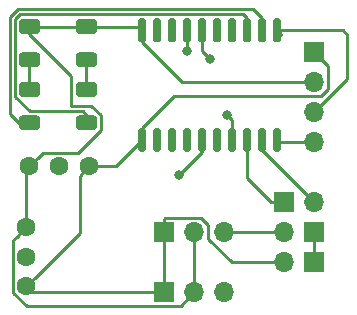
<source format=gbr>
G04 #@! TF.GenerationSoftware,KiCad,Pcbnew,(5.1.6)-1*
G04 #@! TF.CreationDate,2020-07-28T00:02:14-05:00*
G04 #@! TF.ProjectId,VL53L0XSensor,564c3533-4c30-4585-9365-6e736f722e6b,rev?*
G04 #@! TF.SameCoordinates,Original*
G04 #@! TF.FileFunction,Copper,L1,Top*
G04 #@! TF.FilePolarity,Positive*
%FSLAX46Y46*%
G04 Gerber Fmt 4.6, Leading zero omitted, Abs format (unit mm)*
G04 Created by KiCad (PCBNEW (5.1.6)-1) date 2020-07-28 00:02:14*
%MOMM*%
%LPD*%
G01*
G04 APERTURE LIST*
G04 #@! TA.AperFunction,ComponentPad*
%ADD10O,1.700000X1.700000*%
G04 #@! TD*
G04 #@! TA.AperFunction,ComponentPad*
%ADD11R,1.700000X1.700000*%
G04 #@! TD*
G04 #@! TA.AperFunction,ComponentPad*
%ADD12C,1.600000*%
G04 #@! TD*
G04 #@! TA.AperFunction,ViaPad*
%ADD13C,0.800000*%
G04 #@! TD*
G04 #@! TA.AperFunction,Conductor*
%ADD14C,0.250000*%
G04 #@! TD*
G04 APERTURE END LIST*
G04 #@! TA.AperFunction,SMDPad,CuDef*
G36*
G01*
X122565000Y-67323000D02*
X123815000Y-67323000D01*
G75*
G02*
X124065000Y-67573000I0J-250000D01*
G01*
X124065000Y-68323000D01*
G75*
G02*
X123815000Y-68573000I-250000J0D01*
G01*
X122565000Y-68573000D01*
G75*
G02*
X122315000Y-68323000I0J250000D01*
G01*
X122315000Y-67573000D01*
G75*
G02*
X122565000Y-67323000I250000J0D01*
G01*
G37*
G04 #@! TD.AperFunction*
G04 #@! TA.AperFunction,SMDPad,CuDef*
G36*
G01*
X122565000Y-64523000D02*
X123815000Y-64523000D01*
G75*
G02*
X124065000Y-64773000I0J-250000D01*
G01*
X124065000Y-65523000D01*
G75*
G02*
X123815000Y-65773000I-250000J0D01*
G01*
X122565000Y-65773000D01*
G75*
G02*
X122315000Y-65523000I0J250000D01*
G01*
X122315000Y-64773000D01*
G75*
G02*
X122565000Y-64523000I250000J0D01*
G01*
G37*
G04 #@! TD.AperFunction*
G04 #@! TA.AperFunction,SMDPad,CuDef*
G36*
G01*
X127391000Y-64523000D02*
X128641000Y-64523000D01*
G75*
G02*
X128891000Y-64773000I0J-250000D01*
G01*
X128891000Y-65523000D01*
G75*
G02*
X128641000Y-65773000I-250000J0D01*
G01*
X127391000Y-65773000D01*
G75*
G02*
X127141000Y-65523000I0J250000D01*
G01*
X127141000Y-64773000D01*
G75*
G02*
X127391000Y-64523000I250000J0D01*
G01*
G37*
G04 #@! TD.AperFunction*
G04 #@! TA.AperFunction,SMDPad,CuDef*
G36*
G01*
X127391000Y-67323000D02*
X128641000Y-67323000D01*
G75*
G02*
X128891000Y-67573000I0J-250000D01*
G01*
X128891000Y-68323000D01*
G75*
G02*
X128641000Y-68573000I-250000J0D01*
G01*
X127391000Y-68573000D01*
G75*
G02*
X127141000Y-68323000I0J250000D01*
G01*
X127141000Y-67573000D01*
G75*
G02*
X127391000Y-67323000I250000J0D01*
G01*
G37*
G04 #@! TD.AperFunction*
D10*
X139700000Y-82550000D03*
X137160000Y-82550000D03*
D11*
X134620000Y-82550000D03*
X147320000Y-67310000D03*
D10*
X147320000Y-69850000D03*
X147320000Y-72390000D03*
X147320000Y-74930000D03*
D11*
X144780000Y-80010000D03*
D10*
X147320000Y-80010000D03*
D11*
X134620000Y-87630000D03*
D10*
X137160000Y-87630000D03*
X139700000Y-87630000D03*
X144780000Y-85090000D03*
D11*
X147320000Y-85090000D03*
D10*
X144780000Y-82550000D03*
D11*
X147320000Y-82550000D03*
G04 #@! TA.AperFunction,SMDPad,CuDef*
G36*
G01*
X122565000Y-69857000D02*
X123815000Y-69857000D01*
G75*
G02*
X124065000Y-70107000I0J-250000D01*
G01*
X124065000Y-70857000D01*
G75*
G02*
X123815000Y-71107000I-250000J0D01*
G01*
X122565000Y-71107000D01*
G75*
G02*
X122315000Y-70857000I0J250000D01*
G01*
X122315000Y-70107000D01*
G75*
G02*
X122565000Y-69857000I250000J0D01*
G01*
G37*
G04 #@! TD.AperFunction*
G04 #@! TA.AperFunction,SMDPad,CuDef*
G36*
G01*
X122565000Y-72657000D02*
X123815000Y-72657000D01*
G75*
G02*
X124065000Y-72907000I0J-250000D01*
G01*
X124065000Y-73657000D01*
G75*
G02*
X123815000Y-73907000I-250000J0D01*
G01*
X122565000Y-73907000D01*
G75*
G02*
X122315000Y-73657000I0J250000D01*
G01*
X122315000Y-72907000D01*
G75*
G02*
X122565000Y-72657000I250000J0D01*
G01*
G37*
G04 #@! TD.AperFunction*
G04 #@! TA.AperFunction,SMDPad,CuDef*
G36*
G01*
X128641000Y-71107000D02*
X127391000Y-71107000D01*
G75*
G02*
X127141000Y-70857000I0J250000D01*
G01*
X127141000Y-70107000D01*
G75*
G02*
X127391000Y-69857000I250000J0D01*
G01*
X128641000Y-69857000D01*
G75*
G02*
X128891000Y-70107000I0J-250000D01*
G01*
X128891000Y-70857000D01*
G75*
G02*
X128641000Y-71107000I-250000J0D01*
G01*
G37*
G04 #@! TD.AperFunction*
G04 #@! TA.AperFunction,SMDPad,CuDef*
G36*
G01*
X128641000Y-73907000D02*
X127391000Y-73907000D01*
G75*
G02*
X127141000Y-73657000I0J250000D01*
G01*
X127141000Y-72907000D01*
G75*
G02*
X127391000Y-72657000I250000J0D01*
G01*
X128641000Y-72657000D01*
G75*
G02*
X128891000Y-72907000I0J-250000D01*
G01*
X128891000Y-73657000D01*
G75*
G02*
X128641000Y-73907000I-250000J0D01*
G01*
G37*
G04 #@! TD.AperFunction*
D12*
X122936000Y-82122000D03*
X122936000Y-84622000D03*
X122936000Y-87122000D03*
X123190000Y-76962000D03*
X125730000Y-76962000D03*
X128270000Y-76962000D03*
G04 #@! TA.AperFunction,SMDPad,CuDef*
G36*
G01*
X132865000Y-75779000D02*
X132565000Y-75779000D01*
G75*
G02*
X132415000Y-75629000I0J150000D01*
G01*
X132415000Y-73879000D01*
G75*
G02*
X132565000Y-73729000I150000J0D01*
G01*
X132865000Y-73729000D01*
G75*
G02*
X133015000Y-73879000I0J-150000D01*
G01*
X133015000Y-75629000D01*
G75*
G02*
X132865000Y-75779000I-150000J0D01*
G01*
G37*
G04 #@! TD.AperFunction*
G04 #@! TA.AperFunction,SMDPad,CuDef*
G36*
G01*
X134135000Y-75779000D02*
X133835000Y-75779000D01*
G75*
G02*
X133685000Y-75629000I0J150000D01*
G01*
X133685000Y-73879000D01*
G75*
G02*
X133835000Y-73729000I150000J0D01*
G01*
X134135000Y-73729000D01*
G75*
G02*
X134285000Y-73879000I0J-150000D01*
G01*
X134285000Y-75629000D01*
G75*
G02*
X134135000Y-75779000I-150000J0D01*
G01*
G37*
G04 #@! TD.AperFunction*
G04 #@! TA.AperFunction,SMDPad,CuDef*
G36*
G01*
X135405000Y-75779000D02*
X135105000Y-75779000D01*
G75*
G02*
X134955000Y-75629000I0J150000D01*
G01*
X134955000Y-73879000D01*
G75*
G02*
X135105000Y-73729000I150000J0D01*
G01*
X135405000Y-73729000D01*
G75*
G02*
X135555000Y-73879000I0J-150000D01*
G01*
X135555000Y-75629000D01*
G75*
G02*
X135405000Y-75779000I-150000J0D01*
G01*
G37*
G04 #@! TD.AperFunction*
G04 #@! TA.AperFunction,SMDPad,CuDef*
G36*
G01*
X136675000Y-75779000D02*
X136375000Y-75779000D01*
G75*
G02*
X136225000Y-75629000I0J150000D01*
G01*
X136225000Y-73879000D01*
G75*
G02*
X136375000Y-73729000I150000J0D01*
G01*
X136675000Y-73729000D01*
G75*
G02*
X136825000Y-73879000I0J-150000D01*
G01*
X136825000Y-75629000D01*
G75*
G02*
X136675000Y-75779000I-150000J0D01*
G01*
G37*
G04 #@! TD.AperFunction*
G04 #@! TA.AperFunction,SMDPad,CuDef*
G36*
G01*
X137945000Y-75779000D02*
X137645000Y-75779000D01*
G75*
G02*
X137495000Y-75629000I0J150000D01*
G01*
X137495000Y-73879000D01*
G75*
G02*
X137645000Y-73729000I150000J0D01*
G01*
X137945000Y-73729000D01*
G75*
G02*
X138095000Y-73879000I0J-150000D01*
G01*
X138095000Y-75629000D01*
G75*
G02*
X137945000Y-75779000I-150000J0D01*
G01*
G37*
G04 #@! TD.AperFunction*
G04 #@! TA.AperFunction,SMDPad,CuDef*
G36*
G01*
X139215000Y-75779000D02*
X138915000Y-75779000D01*
G75*
G02*
X138765000Y-75629000I0J150000D01*
G01*
X138765000Y-73879000D01*
G75*
G02*
X138915000Y-73729000I150000J0D01*
G01*
X139215000Y-73729000D01*
G75*
G02*
X139365000Y-73879000I0J-150000D01*
G01*
X139365000Y-75629000D01*
G75*
G02*
X139215000Y-75779000I-150000J0D01*
G01*
G37*
G04 #@! TD.AperFunction*
G04 #@! TA.AperFunction,SMDPad,CuDef*
G36*
G01*
X140485000Y-75779000D02*
X140185000Y-75779000D01*
G75*
G02*
X140035000Y-75629000I0J150000D01*
G01*
X140035000Y-73879000D01*
G75*
G02*
X140185000Y-73729000I150000J0D01*
G01*
X140485000Y-73729000D01*
G75*
G02*
X140635000Y-73879000I0J-150000D01*
G01*
X140635000Y-75629000D01*
G75*
G02*
X140485000Y-75779000I-150000J0D01*
G01*
G37*
G04 #@! TD.AperFunction*
G04 #@! TA.AperFunction,SMDPad,CuDef*
G36*
G01*
X141755000Y-75779000D02*
X141455000Y-75779000D01*
G75*
G02*
X141305000Y-75629000I0J150000D01*
G01*
X141305000Y-73879000D01*
G75*
G02*
X141455000Y-73729000I150000J0D01*
G01*
X141755000Y-73729000D01*
G75*
G02*
X141905000Y-73879000I0J-150000D01*
G01*
X141905000Y-75629000D01*
G75*
G02*
X141755000Y-75779000I-150000J0D01*
G01*
G37*
G04 #@! TD.AperFunction*
G04 #@! TA.AperFunction,SMDPad,CuDef*
G36*
G01*
X143025000Y-75779000D02*
X142725000Y-75779000D01*
G75*
G02*
X142575000Y-75629000I0J150000D01*
G01*
X142575000Y-73879000D01*
G75*
G02*
X142725000Y-73729000I150000J0D01*
G01*
X143025000Y-73729000D01*
G75*
G02*
X143175000Y-73879000I0J-150000D01*
G01*
X143175000Y-75629000D01*
G75*
G02*
X143025000Y-75779000I-150000J0D01*
G01*
G37*
G04 #@! TD.AperFunction*
G04 #@! TA.AperFunction,SMDPad,CuDef*
G36*
G01*
X144295000Y-75779000D02*
X143995000Y-75779000D01*
G75*
G02*
X143845000Y-75629000I0J150000D01*
G01*
X143845000Y-73879000D01*
G75*
G02*
X143995000Y-73729000I150000J0D01*
G01*
X144295000Y-73729000D01*
G75*
G02*
X144445000Y-73879000I0J-150000D01*
G01*
X144445000Y-75629000D01*
G75*
G02*
X144295000Y-75779000I-150000J0D01*
G01*
G37*
G04 #@! TD.AperFunction*
G04 #@! TA.AperFunction,SMDPad,CuDef*
G36*
G01*
X144295000Y-66479000D02*
X143995000Y-66479000D01*
G75*
G02*
X143845000Y-66329000I0J150000D01*
G01*
X143845000Y-64579000D01*
G75*
G02*
X143995000Y-64429000I150000J0D01*
G01*
X144295000Y-64429000D01*
G75*
G02*
X144445000Y-64579000I0J-150000D01*
G01*
X144445000Y-66329000D01*
G75*
G02*
X144295000Y-66479000I-150000J0D01*
G01*
G37*
G04 #@! TD.AperFunction*
G04 #@! TA.AperFunction,SMDPad,CuDef*
G36*
G01*
X143025000Y-66479000D02*
X142725000Y-66479000D01*
G75*
G02*
X142575000Y-66329000I0J150000D01*
G01*
X142575000Y-64579000D01*
G75*
G02*
X142725000Y-64429000I150000J0D01*
G01*
X143025000Y-64429000D01*
G75*
G02*
X143175000Y-64579000I0J-150000D01*
G01*
X143175000Y-66329000D01*
G75*
G02*
X143025000Y-66479000I-150000J0D01*
G01*
G37*
G04 #@! TD.AperFunction*
G04 #@! TA.AperFunction,SMDPad,CuDef*
G36*
G01*
X141755000Y-66479000D02*
X141455000Y-66479000D01*
G75*
G02*
X141305000Y-66329000I0J150000D01*
G01*
X141305000Y-64579000D01*
G75*
G02*
X141455000Y-64429000I150000J0D01*
G01*
X141755000Y-64429000D01*
G75*
G02*
X141905000Y-64579000I0J-150000D01*
G01*
X141905000Y-66329000D01*
G75*
G02*
X141755000Y-66479000I-150000J0D01*
G01*
G37*
G04 #@! TD.AperFunction*
G04 #@! TA.AperFunction,SMDPad,CuDef*
G36*
G01*
X140485000Y-66479000D02*
X140185000Y-66479000D01*
G75*
G02*
X140035000Y-66329000I0J150000D01*
G01*
X140035000Y-64579000D01*
G75*
G02*
X140185000Y-64429000I150000J0D01*
G01*
X140485000Y-64429000D01*
G75*
G02*
X140635000Y-64579000I0J-150000D01*
G01*
X140635000Y-66329000D01*
G75*
G02*
X140485000Y-66479000I-150000J0D01*
G01*
G37*
G04 #@! TD.AperFunction*
G04 #@! TA.AperFunction,SMDPad,CuDef*
G36*
G01*
X139215000Y-66479000D02*
X138915000Y-66479000D01*
G75*
G02*
X138765000Y-66329000I0J150000D01*
G01*
X138765000Y-64579000D01*
G75*
G02*
X138915000Y-64429000I150000J0D01*
G01*
X139215000Y-64429000D01*
G75*
G02*
X139365000Y-64579000I0J-150000D01*
G01*
X139365000Y-66329000D01*
G75*
G02*
X139215000Y-66479000I-150000J0D01*
G01*
G37*
G04 #@! TD.AperFunction*
G04 #@! TA.AperFunction,SMDPad,CuDef*
G36*
G01*
X137945000Y-66479000D02*
X137645000Y-66479000D01*
G75*
G02*
X137495000Y-66329000I0J150000D01*
G01*
X137495000Y-64579000D01*
G75*
G02*
X137645000Y-64429000I150000J0D01*
G01*
X137945000Y-64429000D01*
G75*
G02*
X138095000Y-64579000I0J-150000D01*
G01*
X138095000Y-66329000D01*
G75*
G02*
X137945000Y-66479000I-150000J0D01*
G01*
G37*
G04 #@! TD.AperFunction*
G04 #@! TA.AperFunction,SMDPad,CuDef*
G36*
G01*
X136675000Y-66479000D02*
X136375000Y-66479000D01*
G75*
G02*
X136225000Y-66329000I0J150000D01*
G01*
X136225000Y-64579000D01*
G75*
G02*
X136375000Y-64429000I150000J0D01*
G01*
X136675000Y-64429000D01*
G75*
G02*
X136825000Y-64579000I0J-150000D01*
G01*
X136825000Y-66329000D01*
G75*
G02*
X136675000Y-66479000I-150000J0D01*
G01*
G37*
G04 #@! TD.AperFunction*
G04 #@! TA.AperFunction,SMDPad,CuDef*
G36*
G01*
X135405000Y-66479000D02*
X135105000Y-66479000D01*
G75*
G02*
X134955000Y-66329000I0J150000D01*
G01*
X134955000Y-64579000D01*
G75*
G02*
X135105000Y-64429000I150000J0D01*
G01*
X135405000Y-64429000D01*
G75*
G02*
X135555000Y-64579000I0J-150000D01*
G01*
X135555000Y-66329000D01*
G75*
G02*
X135405000Y-66479000I-150000J0D01*
G01*
G37*
G04 #@! TD.AperFunction*
G04 #@! TA.AperFunction,SMDPad,CuDef*
G36*
G01*
X134135000Y-66479000D02*
X133835000Y-66479000D01*
G75*
G02*
X133685000Y-66329000I0J150000D01*
G01*
X133685000Y-64579000D01*
G75*
G02*
X133835000Y-64429000I150000J0D01*
G01*
X134135000Y-64429000D01*
G75*
G02*
X134285000Y-64579000I0J-150000D01*
G01*
X134285000Y-66329000D01*
G75*
G02*
X134135000Y-66479000I-150000J0D01*
G01*
G37*
G04 #@! TD.AperFunction*
G04 #@! TA.AperFunction,SMDPad,CuDef*
G36*
G01*
X132865000Y-66479000D02*
X132565000Y-66479000D01*
G75*
G02*
X132415000Y-66329000I0J150000D01*
G01*
X132415000Y-64579000D01*
G75*
G02*
X132565000Y-64429000I150000J0D01*
G01*
X132865000Y-64429000D01*
G75*
G02*
X133015000Y-64579000I0J-150000D01*
G01*
X133015000Y-66329000D01*
G75*
G02*
X132865000Y-66479000I-150000J0D01*
G01*
G37*
G04 #@! TD.AperFunction*
D13*
X135850000Y-77724000D03*
X138493500Y-67881500D03*
X136525000Y-67183000D03*
X139954000Y-72644000D03*
D14*
X123190000Y-67948000D02*
X123190000Y-70482000D01*
X123190000Y-65148000D02*
X128016000Y-65148000D01*
X132409000Y-65148000D02*
X132715000Y-65454000D01*
X128016000Y-65148000D02*
X132409000Y-65148000D01*
X137160000Y-83752081D02*
X137160000Y-87630000D01*
X137160000Y-82550000D02*
X137160000Y-83752081D01*
X122136001Y-82921999D02*
X122936000Y-82122000D01*
X121810999Y-83247001D02*
X122136001Y-82921999D01*
X121810999Y-87662001D02*
X121810999Y-83247001D01*
X122953999Y-88805001D02*
X121810999Y-87662001D01*
X135984999Y-88805001D02*
X122953999Y-88805001D01*
X137160000Y-87630000D02*
X135984999Y-88805001D01*
X122936000Y-77216000D02*
X123190000Y-76962000D01*
X122936000Y-82122000D02*
X122936000Y-77216000D01*
X124315001Y-75836999D02*
X123989999Y-76162001D01*
X127274191Y-75836999D02*
X124315001Y-75836999D01*
X129216010Y-73895180D02*
X127274191Y-75836999D01*
X129216010Y-72668820D02*
X129216010Y-73895180D01*
X123989999Y-76162001D02*
X123190000Y-76962000D01*
X126746000Y-71881980D02*
X128429170Y-71881980D01*
X126746000Y-69329000D02*
X126746000Y-71881980D01*
X128429170Y-71881980D02*
X129216010Y-72668820D01*
X123190000Y-65773000D02*
X126746000Y-69329000D01*
X123190000Y-65148000D02*
X123190000Y-65773000D01*
X132715000Y-66479000D02*
X136086000Y-69850000D01*
X136086000Y-69850000D02*
X147320000Y-69850000D01*
X132715000Y-65454000D02*
X132715000Y-66479000D01*
X128016000Y-67948000D02*
X128016000Y-70482000D01*
X123190000Y-87376000D02*
X122936000Y-87122000D01*
X134620000Y-87630000D02*
X134620000Y-82550000D01*
X123444000Y-87630000D02*
X122936000Y-87122000D01*
X134620000Y-87630000D02*
X123444000Y-87630000D01*
X123735999Y-86322001D02*
X122936000Y-87122000D01*
X127470001Y-82587999D02*
X123735999Y-86322001D01*
X127470001Y-77761999D02*
X127470001Y-82587999D01*
X128270000Y-76962000D02*
X127470001Y-77761999D01*
X134695001Y-81374999D02*
X134620000Y-81450000D01*
X137724001Y-81374999D02*
X134695001Y-81374999D01*
X138335001Y-81985999D02*
X137724001Y-81374999D01*
X134620000Y-81450000D02*
X134620000Y-82550000D01*
X138335001Y-83114001D02*
X138335001Y-81985999D01*
X140311000Y-85090000D02*
X138335001Y-83114001D01*
X144780000Y-85090000D02*
X140311000Y-85090000D01*
X130507000Y-76962000D02*
X132715000Y-74754000D01*
X128270000Y-76962000D02*
X130507000Y-76962000D01*
X148495001Y-68485001D02*
X147320000Y-67310000D01*
X147884001Y-71025001D02*
X148495001Y-70414001D01*
X132715000Y-73729000D02*
X135418999Y-71025001D01*
X148495001Y-70414001D02*
X148495001Y-68485001D01*
X135418999Y-71025001D02*
X147884001Y-71025001D01*
X132715000Y-74754000D02*
X132715000Y-73729000D01*
X144445000Y-65754000D02*
X144445000Y-65867000D01*
X144145000Y-65454000D02*
X144445000Y-65754000D01*
X147320000Y-72390000D02*
X150114000Y-69596000D01*
X149747500Y-65454000D02*
X144145000Y-65454000D01*
X150114000Y-65820500D02*
X149747500Y-65454000D01*
X150114000Y-69596000D02*
X150114000Y-65820500D01*
X144321000Y-74930000D02*
X144145000Y-74754000D01*
X147320000Y-74930000D02*
X144321000Y-74930000D01*
X143680000Y-80010000D02*
X144780000Y-80010000D01*
X141605000Y-77935000D02*
X143680000Y-80010000D01*
X141605000Y-74754000D02*
X141605000Y-77935000D01*
X142875000Y-75565000D02*
X142875000Y-74754000D01*
X147320000Y-80010000D02*
X142875000Y-75565000D01*
X137795000Y-75779000D02*
X135850000Y-77724000D01*
X137795000Y-74754000D02*
X137795000Y-75779000D01*
X135850000Y-77724000D02*
X135850000Y-77724000D01*
X147320000Y-82550000D02*
X147320000Y-85090000D01*
X137795000Y-65454000D02*
X137795000Y-65880768D01*
X137795000Y-65454000D02*
X137795000Y-67183000D01*
X137795000Y-67183000D02*
X138493500Y-67881500D01*
X138493500Y-67881500D02*
X138493500Y-67881500D01*
X142875000Y-64429000D02*
X142875000Y-65454000D01*
X142099980Y-63653980D02*
X142875000Y-64429000D01*
X123190000Y-73282000D02*
X122315000Y-73282000D01*
X122315000Y-73282000D02*
X121539980Y-72506980D01*
X121539980Y-64348420D02*
X122234419Y-63653981D01*
X121539980Y-72506980D02*
X121539980Y-64348420D01*
X122234419Y-63653981D02*
X142099980Y-63653980D01*
X141605000Y-64429000D02*
X141605000Y-65454000D01*
X141279990Y-64103990D02*
X141605000Y-64429000D01*
X121989990Y-64534820D02*
X122420820Y-64103990D01*
X128016000Y-72657000D02*
X127690990Y-72331990D01*
X127690990Y-72331990D02*
X123226800Y-72331990D01*
X123226800Y-72331990D02*
X121989990Y-71095180D01*
X122420820Y-64103990D02*
X141279990Y-64103990D01*
X128016000Y-73282000D02*
X128016000Y-72657000D01*
X121989990Y-71095180D02*
X121989990Y-64534820D01*
X136525000Y-65454000D02*
X136525000Y-67183000D01*
X136525000Y-67183000D02*
X136525000Y-67183000D01*
X140335000Y-74754000D02*
X140335000Y-73025000D01*
X140335000Y-73025000D02*
X139954000Y-72644000D01*
X139954000Y-72644000D02*
X139954000Y-72644000D01*
X139700000Y-82550000D02*
X144780000Y-82550000D01*
M02*

</source>
